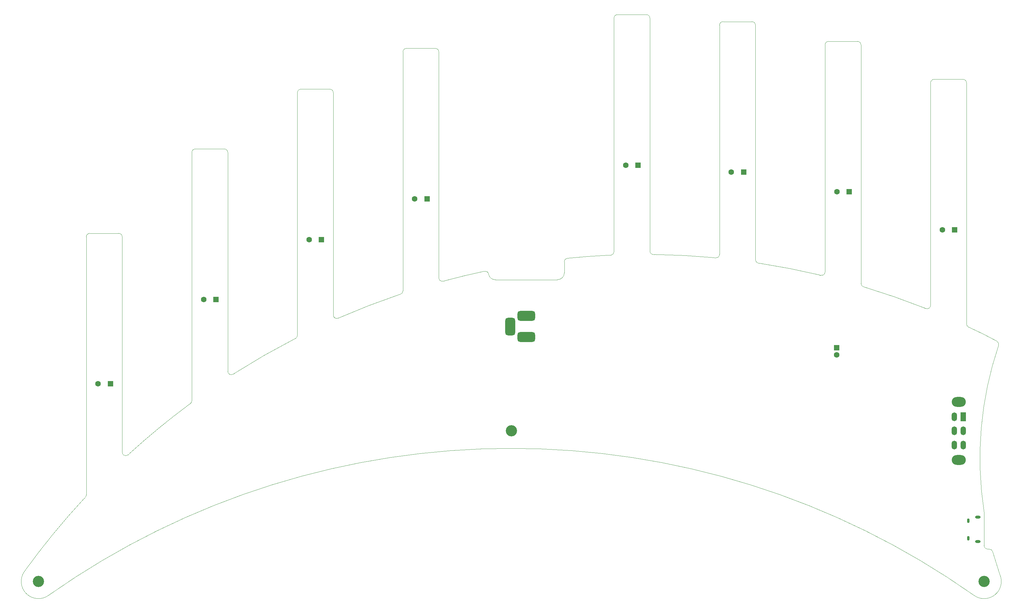
<source format=gbr>
%TF.GenerationSoftware,KiCad,Pcbnew,6.0.2-378541a8eb~116~ubuntu20.04.1*%
%TF.CreationDate,2022-03-06T19:09:14-08:00*%
%TF.ProjectId,menorah555_main,6d656e6f-7261-4683-9535-355f6d61696e,B*%
%TF.SameCoordinates,Original*%
%TF.FileFunction,Soldermask,Bot*%
%TF.FilePolarity,Negative*%
%FSLAX46Y46*%
G04 Gerber Fmt 4.6, Leading zero omitted, Abs format (unit mm)*
G04 Created by KiCad (PCBNEW 6.0.2-378541a8eb~116~ubuntu20.04.1) date 2022-03-06 19:09:14*
%MOMM*%
%LPD*%
G01*
G04 APERTURE LIST*
G04 Aperture macros list*
%AMRoundRect*
0 Rectangle with rounded corners*
0 $1 Rounding radius*
0 $2 $3 $4 $5 $6 $7 $8 $9 X,Y pos of 4 corners*
0 Add a 4 corners polygon primitive as box body*
4,1,4,$2,$3,$4,$5,$6,$7,$8,$9,$2,$3,0*
0 Add four circle primitives for the rounded corners*
1,1,$1+$1,$2,$3*
1,1,$1+$1,$4,$5*
1,1,$1+$1,$6,$7*
1,1,$1+$1,$8,$9*
0 Add four rect primitives between the rounded corners*
20,1,$1+$1,$2,$3,$4,$5,0*
20,1,$1+$1,$4,$5,$6,$7,0*
20,1,$1+$1,$6,$7,$8,$9,0*
20,1,$1+$1,$8,$9,$2,$3,0*%
G04 Aperture macros list end*
%TA.AperFunction,Profile*%
%ADD10C,0.050000*%
%TD*%
%ADD11R,1.600000X1.600000*%
%ADD12C,1.600000*%
%ADD13RoundRect,0.700000X-1.800000X0.700000X-1.800000X-0.700000X1.800000X-0.700000X1.800000X0.700000X0*%
%ADD14RoundRect,0.700000X-0.700000X1.800000X-0.700000X-1.800000X0.700000X-1.800000X0.700000X1.800000X0*%
%ADD15R,1.500000X2.500000*%
%ADD16O,1.500000X2.500000*%
%ADD17O,4.000000X2.800000*%
%ADD18C,3.200000*%
%ADD19O,0.650000X1.300000*%
%ADD20O,1.550000X0.775000*%
G04 APERTURE END LIST*
D10*
X136400000Y-80000000D02*
G75*
G03*
X135400000Y-81000000I-1J-999999D01*
G01*
X175600000Y-69400000D02*
X175600000Y-133660000D01*
X85600000Y-122000000D02*
X85600000Y-183260000D01*
X85600000Y-122000000D02*
G75*
G03*
X84600000Y-121000000I-999999J1D01*
G01*
X76400000Y-121000000D02*
X84600000Y-121000000D01*
X76400000Y-121000000D02*
G75*
G03*
X75400000Y-122000000I-1J-999999D01*
G01*
X75400000Y-195370000D02*
X75400000Y-122000000D01*
X136400000Y-80000000D02*
X144600000Y-80000000D01*
X166400000Y-68400000D02*
G75*
G03*
X165400000Y-69400000I-1J-999999D01*
G01*
X165400000Y-137370000D02*
X165400000Y-69400000D01*
X115600000Y-98000000D02*
G75*
G03*
X114600000Y-97000000I-999999J1D01*
G01*
X166400000Y-68400000D02*
X174600000Y-68400000D01*
X115600000Y-98000000D02*
X115600000Y-160230000D01*
X145600000Y-81000000D02*
X145600000Y-144230000D01*
X175600000Y-69400000D02*
G75*
G03*
X174600000Y-68400000I-999999J1D01*
G01*
X105400000Y-168610000D02*
X105400000Y-98000000D01*
X135400000Y-150010000D02*
X135400000Y-81000000D01*
X106400000Y-97000000D02*
X114600000Y-97000000D01*
X145600000Y-81000000D02*
G75*
G03*
X144600000Y-80000000I-999999J1D01*
G01*
X106400000Y-97000000D02*
G75*
G03*
X105400000Y-98000000I-1J-999999D01*
G01*
X256400000Y-60800000D02*
G75*
G03*
X255400000Y-61800000I-1J-999999D01*
G01*
X295600000Y-67400000D02*
G75*
G03*
X294600000Y-66400000I-999999J1D01*
G01*
X256400000Y-60800000D02*
X264600000Y-60800000D01*
X285400000Y-131970000D02*
X285400000Y-67400000D01*
X255400000Y-126990000D02*
X255400000Y-61800000D01*
X325600000Y-78200000D02*
G75*
G03*
X324600000Y-77200000I-999999J1D01*
G01*
X295600000Y-67400000D02*
X295600000Y-135260000D01*
X265600000Y-61800000D02*
X265600000Y-128500000D01*
X316400000Y-77200000D02*
X324600000Y-77200000D01*
X265600000Y-61800000D02*
G75*
G03*
X264600000Y-60800000I-999999J1D01*
G01*
X315400000Y-141470000D02*
X315400000Y-78200000D01*
X316400000Y-77200000D02*
G75*
G03*
X315400000Y-78200000I-1J-999999D01*
G01*
X286400000Y-66400000D02*
X294600000Y-66400000D01*
X225400000Y-126220000D02*
X225400000Y-59800000D01*
X226400000Y-58800000D02*
G75*
G03*
X225400000Y-59800000I-1J-999999D01*
G01*
X226400000Y-58800000D02*
X234600000Y-58800000D01*
X235600000Y-59800000D02*
G75*
G03*
X234600000Y-58800000I-999999J1D01*
G01*
X235600000Y-59800000D02*
X235600000Y-126030000D01*
X325600000Y-78200000D02*
X325600000Y-146760000D01*
X286400000Y-66400000D02*
G75*
G03*
X285400000Y-67400000I-1J-999999D01*
G01*
X57820001Y-217140001D02*
G75*
G03*
X64760000Y-223900000I3975144J-2861404D01*
G01*
X64760000Y-223900000D02*
X64850309Y-223837228D01*
X327511852Y-223813089D02*
X327603497Y-223876946D01*
X333030000Y-211510000D02*
G75*
G03*
X335030000Y-217906000I95667512J26404099D01*
G01*
X331600000Y-210800000D02*
X332087372Y-210808006D01*
X333030001Y-211510000D02*
G75*
G03*
X332087372Y-210808006I-942667J-281929D01*
G01*
X189763573Y-132674026D02*
G75*
G03*
X191700000Y-134200000I1847626J352968D01*
G01*
X209300000Y-134200000D02*
G75*
G03*
X211300000Y-132200000I1J1999999D01*
G01*
X211300000Y-132200000D02*
X211291664Y-129122633D01*
X74841689Y-196355905D02*
G75*
G03*
X57820000Y-217140000I159055385J-147624881D01*
G01*
X104929919Y-169458048D02*
G75*
G03*
X105400000Y-168610000I-529915J848046D01*
G01*
X145600000Y-144230000D02*
G75*
G03*
X147022618Y-145136308I1000000J0D01*
G01*
X175600001Y-133660000D02*
G75*
G03*
X176925568Y-134605519I999999J-1D01*
G01*
X235600000Y-126030000D02*
G75*
G03*
X236634899Y-127029391I999999J-1D01*
G01*
X265600001Y-128500000D02*
G75*
G03*
X266392088Y-129478148I999999J-1D01*
G01*
X295600000Y-135260000D02*
G75*
G03*
X296341181Y-136225926I1000000J0D01*
G01*
X325599999Y-146760000D02*
G75*
G03*
X326209269Y-147680505I1000000J0D01*
G01*
X134929919Y-150858048D02*
G75*
G03*
X135400000Y-150010000I-529915J848046D01*
G01*
X164658819Y-138335925D02*
G75*
G03*
X165400000Y-137370000I-258821J965927D01*
G01*
X224573648Y-127204809D02*
G75*
G03*
X225400000Y-126220000I-173649J984809D01*
G01*
X254312844Y-127986195D02*
G75*
G03*
X255400000Y-126990000I87155J996196D01*
G01*
X284141181Y-132935926D02*
G75*
G03*
X285400000Y-131970000I258818J965927D01*
G01*
X313977382Y-142376308D02*
G75*
G03*
X315400000Y-141470000I422618J906308D01*
G01*
X87600000Y-183700000D02*
X87294658Y-183979340D01*
X75069131Y-196113145D02*
X74841689Y-196355905D01*
X104841866Y-169519312D02*
X104929919Y-169458048D01*
X134801847Y-150922131D02*
G75*
G03*
X117400000Y-160900000I99088026J-192977653D01*
G01*
X134929919Y-150858048D02*
X134801847Y-150922131D01*
X117400000Y-160900000D02*
X117229320Y-161007146D01*
X164398003Y-138414929D02*
G75*
G03*
X147100000Y-145100000I69471878J-205484773D01*
G01*
X164658819Y-138335926D02*
X164398003Y-138414929D01*
X147100000Y-145100000D02*
X147022618Y-145136308D01*
X188487912Y-131807078D02*
G75*
G03*
X177300000Y-134500000I43093575J-203621836D01*
G01*
X177300000Y-134500000D02*
X176925568Y-134605519D01*
X224310641Y-127212249D02*
G75*
G03*
X212200000Y-128100000I9201387J-208574882D01*
G01*
X224310641Y-127212249D02*
X224573648Y-127204808D01*
X253945960Y-127939407D02*
G75*
G03*
X236940000Y-127030000I-20075998J-215961356D01*
G01*
X236634899Y-127029391D02*
X236940000Y-127030000D01*
X253945960Y-127939407D02*
X254312844Y-127986195D01*
X283817199Y-132845881D02*
G75*
G03*
X266730000Y-129520000I-49947117J-211053672D01*
G01*
X266392088Y-129478148D02*
X266730000Y-129520000D01*
X283817199Y-132845881D02*
X284141181Y-132935926D01*
X313693401Y-142252243D02*
G75*
G03*
X296540000Y-136280000I-79823297J-201647453D01*
G01*
X296341181Y-136225926D02*
X296540000Y-136280000D01*
X313693401Y-142252243D02*
X313977382Y-142376308D01*
X334280000Y-151700000D02*
G75*
G03*
X326209269Y-147680505I-54259472J-98835073D01*
G01*
X330600000Y-208000000D02*
X330600000Y-209800000D01*
X334710000Y-152940000D02*
G75*
G03*
X334280000Y-151700000I-978203J355341D01*
G01*
X85600000Y-183260000D02*
G75*
G03*
X87294658Y-183979340I1000000J0D01*
G01*
X75069131Y-196113145D02*
G75*
G03*
X75400000Y-195370000I-669140J743149D01*
G01*
X330600000Y-209800000D02*
G75*
G03*
X331600000Y-210800000I999999J-1D01*
G01*
X334710000Y-152940000D02*
G75*
G03*
X330600000Y-200200000I94502379J-32027182D01*
G01*
X212200000Y-128100000D02*
G75*
G03*
X211291664Y-129122633I65243J-972674D01*
G01*
X327511852Y-223813089D02*
G75*
G03*
X64850309Y-223837228I-131313662J-186189469D01*
G01*
X327603497Y-223876946D02*
G75*
G03*
X335030000Y-217906000I2996503J3876946D01*
G01*
X115600000Y-160230000D02*
G75*
G03*
X117229320Y-161007146I1000000J0D01*
G01*
X104841866Y-169519312D02*
G75*
G03*
X87600000Y-183700000I128968223J-174380802D01*
G01*
X191700000Y-134200000D02*
X209300000Y-134200000D01*
X189763573Y-132674026D02*
G75*
G03*
X188487912Y-131807078I-995660J-93051D01*
G01*
X330600000Y-208000000D02*
X330600000Y-200200000D01*
D11*
%TO.C,C18*%
X288720000Y-153570000D03*
D12*
X288720000Y-155570000D03*
%TD*%
D13*
%TO.C,J2*%
X200500000Y-150500000D03*
X200500000Y-144500000D03*
D14*
X195900000Y-147500000D03*
%TD*%
D15*
%TO.C,SW9*%
X324650000Y-173200000D03*
D16*
X324650000Y-177200000D03*
X324650000Y-181200000D03*
X322150000Y-173200000D03*
X322150000Y-177200000D03*
X322150000Y-181200000D03*
D17*
X323400000Y-185450000D03*
X323400000Y-168950000D03*
%TD*%
D11*
%TO.C,C9*%
X82250000Y-163800000D03*
D12*
X78750000Y-163800000D03*
%TD*%
D11*
%TO.C,C12*%
X172250000Y-111200000D03*
D12*
X168750000Y-111200000D03*
%TD*%
D11*
%TO.C,C10*%
X112250000Y-139800000D03*
D12*
X108750000Y-139800000D03*
%TD*%
D11*
%TO.C,C11*%
X142250000Y-122800000D03*
D12*
X138750000Y-122800000D03*
%TD*%
D11*
%TO.C,C15*%
X292250000Y-109200000D03*
D12*
X288750000Y-109200000D03*
%TD*%
D11*
%TO.C,C14*%
X262250000Y-103600000D03*
D12*
X258750000Y-103600000D03*
%TD*%
D11*
%TO.C,C16*%
X322250000Y-120000000D03*
D12*
X318750000Y-120000000D03*
%TD*%
D11*
%TO.C,C13*%
X232250000Y-101600000D03*
D12*
X228750000Y-101600000D03*
%TD*%
D18*
%TO.C,H1*%
X61800000Y-220000000D03*
%TD*%
%TO.C,H2*%
X196200000Y-177200000D03*
%TD*%
%TO.C,H3*%
X330600000Y-220000000D03*
%TD*%
D19*
%TO.C,J1*%
X326150000Y-207700000D03*
X326150000Y-202700000D03*
D20*
X328850000Y-208700000D03*
X328850000Y-201700000D03*
%TD*%
M02*

</source>
